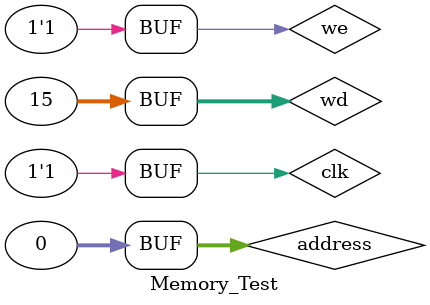
<source format=v>
`timescale 1ns / 1ps


module Memory_Test;

	// Inputs
	reg [31:0] wd;
	reg [31:0] address;
	reg we;
	reg clk;

	// Outputs
	wire [31:0] rd;

	// Instantiate the Unit Under Test (UUT)
	Memory uut (
		.wd(wd), 
		.address(address), 
		.we(we), 
		.clk(clk), 
		.rd(rd)
	);

	initial begin
		// Initialize Inputs
		wd = 15;
		address = 0;
		we = 0;
		clk = 0;

		// Wait 100 ns for global reset to finish
		#100;
		clk=~clk;
		we=1;
        
		// Add stimulus here

	end
      
endmodule


</source>
